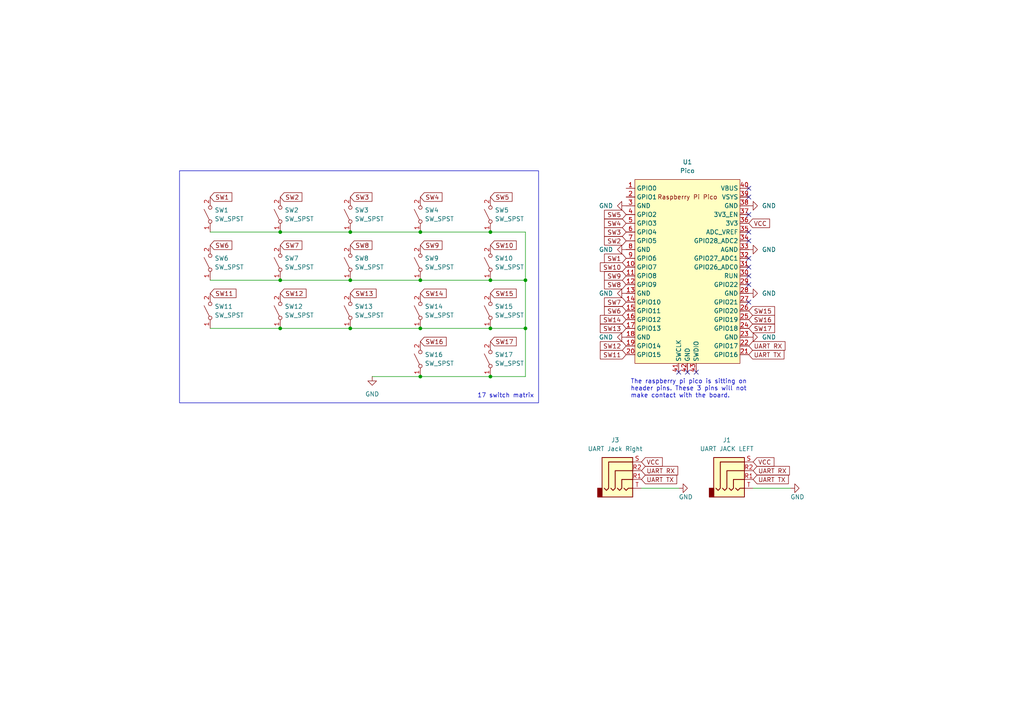
<source format=kicad_sch>
(kicad_sch (version 20231120) (generator "eeschema") (generator_version "8.0")
  (paper "A4")
  (title_block (title "Eobard Split Keyboard") (date "2024-03-25") (rev "1.3") (company "by viniciusbrit") (comment 4 "This constitutes the design of a single half of a split keyboard."))
  (lib_symbols
    (symbol "Connector_Audio:AudioJack4"
      (property "Reference" "J" (at 0 8.89 0))
      (property "Value" "AudioJack4" (at 0 6.35 0))
      (symbol "AudioJack4_0_1"
        (rectangle (start -6.35 -5.08) (end -7.62 -7.62) (stroke (width 0.254)) (fill (type outline)))
        (polyline (pts (xy 0 -5.08) (xy 0.635 -5.715) (xy 1.27 -5.08) (xy 2.54 -5.08)) (stroke (width 0.254)))
        (polyline (pts (xy -5.715 -5.08) (xy -5.08 -5.715) (xy -4.445 -5.08) (xy -4.445 2.54) (xy 2.54 2.54)) (stroke (width 0.254)))
        (polyline (pts (xy -1.905 -5.08) (xy -1.27 -5.715) (xy -0.635 -5.08) (xy -0.635 -2.54) (xy 2.54 -2.54)) (stroke (width 0.254)))
        (polyline (pts (xy 2.54 0) (xy -2.54 0) (xy -2.54 -5.08) (xy -3.175 -5.715) (xy -3.81 -5.08)) (stroke (width 0.254)))
        (rectangle (start 2.54 3.81) (end -6.35 -7.62) (stroke (width 0.254)) (fill (type background)))
      )
      (symbol "AudioJack4_1_1"
        (pin passive line (at 5.08 -2.54 180) (length 2.54) (name "~") (number "R1"))
        (pin passive line (at 5.08 0 180) (length 2.54) (name "~") (number "R2"))
        (pin passive line (at 5.08 2.54 180) (length 2.54) (name "~") (number "S"))
        (pin passive line (at 5.08 -5.08 180) (length 2.54) (name "~") (number "T"))
      )
    )
    (symbol "GND_1" (power) (pin_numbers hide) (pin_names (offset 0) hide)
      (property "Value" "GND" (at 0 -3.81 0))
      (symbol "GND_1_0_1"
        (polyline (pts (xy 0 0) (xy 0 -1.27) (xy 1.27 -1.27) (xy 0 -2.54) (xy -1.27 -1.27) (xy 0 -1.27)))
      )
      (symbol "GND_1_1_1"
        (pin power_in line (at 0 0 270) (length 0) (name "~") (number "1"))
      )
    )
    (symbol "MCU_RaspberryPi_and_Boards:Pico"
      (property "Reference" "U" (at -13.97 27.94 0))
      (property "Value" "Pico" (at 0 19.05 0))
      (symbol "Pico_0_0"
        (text "Raspberry Pi Pico" (at 0 21.59 0) (effects (font (size 1.27 1.27))))
      )
      (symbol "Pico_0_1"
        (rectangle (start -15.24 26.67) (end 15.24 -26.67) (fill (type background)))
      )
      (symbol "Pico_1_1"
        (pin bidirectional line (at -17.78 24.13 0) (length 2.54) (name "GPIO0") (number "1"))
        (pin bidirectional line (at -17.78 1.27 0) (length 2.54) (name "GPIO7") (number "10"))
        (pin bidirectional line (at -17.78 -1.27 0) (length 2.54) (name "GPIO8") (number "11"))
        (pin bidirectional line (at -17.78 -3.81 0) (length 2.54) (name "GPIO9") (number "12"))
        (pin power_in line (at -17.78 -6.35 0) (length 2.54) (name "GND") (number "13"))
        (pin bidirectional line (at -17.78 -8.89 0) (length 2.54) (name "GPIO10") (number "14"))
        (pin bidirectional line (at -17.78 -11.43 0) (length 2.54) (name "GPIO11") (number "15"))
        (pin bidirectional line (at -17.78 -13.97 0) (length 2.54) (name "GPIO12") (number "16"))
        (pin bidirectional line (at -17.78 -16.51 0) (length 2.54) (name "GPIO13") (number "17"))
        (pin power_in line (at -17.78 -19.05 0) (length 2.54) (name "GND") (number "18"))
        (pin bidirectional line (at -17.78 -21.59 0) (length 2.54) (name "GPIO14") (number "19"))
        (pin bidirectional line (at -17.78 21.59 0) (length 2.54) (name "GPIO1") (number "2"))
        (pin bidirectional line (at -17.78 -24.13 0) (length 2.54) (name "GPIO15") (number "20"))
        (pin bidirectional line (at 17.78 -24.13 180) (length 2.54) (name "GPIO16") (number "21"))
        (pin bidirectional line (at 17.78 -21.59 180) (length 2.54) (name "GPIO17") (number "22"))
        (pin power_in line (at 17.78 -19.05 180) (length 2.54) (name "GND") (number "23"))
        (pin bidirectional line (at 17.78 -16.51 180) (length 2.54) (name "GPIO18") (number "24"))
        (pin bidirectional line (at 17.78 -13.97 180) (length 2.54) (name "GPIO19") (number "25"))
        (pin bidirectional line (at 17.78 -11.43 180) (length 2.54) (name "GPIO20") (number "26"))
        (pin bidirectional line (at 17.78 -8.89 180) (length 2.54) (name "GPIO21") (number "27"))
        (pin power_in line (at 17.78 -6.35 180) (length 2.54) (name "GND") (number "28"))
        (pin bidirectional line (at 17.78 -3.81 180) (length 2.54) (name "GPIO22") (number "29"))
        (pin power_in line (at -17.78 19.05 0) (length 2.54) (name "GND") (number "3"))
        (pin input line (at 17.78 -1.27 180) (length 2.54) (name "RUN") (number "30"))
        (pin bidirectional line (at 17.78 1.27 180) (length 2.54) (name "GPIO26_ADC0") (number "31"))
        (pin bidirectional line (at 17.78 3.81 180) (length 2.54) (name "GPIO27_ADC1") (number "32"))
        (pin power_in line (at 17.78 6.35 180) (length 2.54) (name "AGND") (number "33"))
        (pin bidirectional line (at 17.78 8.89 180) (length 2.54) (name "GPIO28_ADC2") (number "34"))
        (pin power_in line (at 17.78 11.43 180) (length 2.54) (name "ADC_VREF") (number "35"))
        (pin power_in line (at 17.78 13.97 180) (length 2.54) (name "3V3") (number "36"))
        (pin input line (at 17.78 16.51 180) (length 2.54) (name "3V3_EN") (number "37"))
        (pin bidirectional line (at 17.78 19.05 180) (length 2.54) (name "GND") (number "38"))
        (pin power_in line (at 17.78 21.59 180) (length 2.54) (name "VSYS") (number "39"))
        (pin bidirectional line (at -17.78 16.51 0) (length 2.54) (name "GPIO2") (number "4"))
        (pin power_in line (at 17.78 24.13 180) (length 2.54) (name "VBUS") (number "40"))
        (pin input line (at -2.54 -29.21 90) (length 2.54) (name "SWCLK") (number "41"))
        (pin power_in line (at 0 -29.21 90) (length 2.54) (name "GND") (number "42"))
        (pin bidirectional line (at 2.54 -29.21 90) (length 2.54) (name "SWDIO") (number "43"))
        (pin bidirectional line (at -17.78 13.97 0) (length 2.54) (name "GPIO3") (number "5"))
        (pin bidirectional line (at -17.78 11.43 0) (length 2.54) (name "GPIO4") (number "6"))
        (pin bidirectional line (at -17.78 8.89 0) (length 2.54) (name "GPIO5") (number "7"))
        (pin power_in line (at -17.78 6.35 0) (length 2.54) (name "GND") (number "8"))
        (pin bidirectional line (at -17.78 3.81 0) (length 2.54) (name "GPIO6") (number "9"))
      )
    )
    (symbol "Switch:SW_SPST" (pin_names (offset 0) hide)
      (property "Reference" "SW" (at 0 3.175 0))
      (property "Value" "SW_SPST" (at 0 -2.54 0))
      (symbol "SW_SPST_0_0"
        (circle (center -2.032 0) (radius 0.508))
        (polyline (pts (xy -1.524 0.254) (xy 1.524 1.778)))
        (circle (center 2.032 0) (radius 0.508))
      )
      (symbol "SW_SPST_1_1"
        (pin passive line (at -5.08 0 0) (length 2.54) (name "A") (number "1"))
        (pin passive line (at 5.08 0 180) (length 2.54) (name "B") (number "2"))
      )
    )
    (symbol "power:GND" (power) (pin_names (offset 0))
      (property "Value" "GND" (at 0 -3.81 0))
      (symbol "GND_0_1"
        (polyline (pts (xy 0 0) (xy 0 -1.27) (xy 1.27 -1.27) (xy 0 -2.54) (xy -1.27 -1.27) (xy 0 -1.27)))
      )
      (symbol "GND_1_1"
        (pin power_in line (at 0 0 270) (length 0) hide (name "GND") (number "1"))
      )
    )
  )
  (junction (at 142.24 95.25))
  (junction (at 101.6 95.25))
  (junction (at 121.92 95.25))
  (junction (at 142.24 67.31))
  (junction (at 121.92 81.28))
  (junction (at 81.28 81.28))
  (junction (at 81.28 95.25))
  (junction (at 152.4 81.28))
  (junction (at 121.92 109.22))
  (junction (at 142.24 109.22))
  (junction (at 81.28 67.31))
  (junction (at 152.4 95.25))
  (junction (at 101.6 81.28))
  (junction (at 101.6 67.31))
  (junction (at 121.92 67.31))
  (junction (at 142.24 81.28))
  (no_connect (at 217.17 54.61))
  (no_connect (at 217.17 77.47))
  (no_connect (at 217.17 67.31))
  (no_connect (at 201.93 107.95))
  (no_connect (at 217.17 80.01))
  (no_connect (at 217.17 62.23))
  (no_connect (at 199.39 107.95))
  (no_connect (at 196.85 107.95))
  (no_connect (at 217.17 82.55))
  (no_connect (at 217.17 69.85))
  (no_connect (at 217.17 87.63))
  (no_connect (at 217.17 57.15))
  (no_connect (at 217.17 74.93))
  (wire (pts (xy 107.95 109.22) (xy 121.92 109.22)))
  (wire (pts (xy 60.96 81.28) (xy 81.28 81.28)))
  (wire (pts (xy 152.4 81.28) (xy 142.24 81.28)))
  (wire (pts (xy 152.4 81.28) (xy 152.4 95.25)))
  (wire (pts (xy 121.92 95.25) (xy 142.24 95.25)))
  (wire (pts (xy 101.6 67.31) (xy 121.92 67.31)))
  (wire (pts (xy 81.28 95.25) (xy 101.6 95.25)))
  (wire (pts (xy 81.28 81.28) (xy 101.6 81.28)))
  (wire (pts (xy 152.4 95.25) (xy 142.24 95.25)))
  (wire (pts (xy 101.6 95.25) (xy 121.92 95.25)))
  (wire (pts (xy 121.92 67.31) (xy 142.24 67.31)))
  (wire (pts (xy 218.44 141.605) (xy 229.235 141.605)))
  (wire (pts (xy 101.6 81.28) (xy 121.92 81.28)))
  (wire (pts (xy 152.4 67.31) (xy 152.4 81.28)))
  (wire (pts (xy 142.24 109.22) (xy 152.4 109.22)))
  (wire (pts (xy 60.96 67.31) (xy 81.28 67.31)))
  (wire (pts (xy 121.92 109.22) (xy 142.24 109.22)))
  (wire (pts (xy 121.92 81.28) (xy 142.24 81.28)))
  (wire (pts (xy 186.055 141.605) (xy 196.85 141.605)))
  (wire (pts (xy 152.4 109.22) (xy 152.4 95.25)))
  (wire (pts (xy 142.24 67.31) (xy 152.4 67.31)))
  (wire (pts (xy 81.28 67.31) (xy 101.6 67.31)))
  (wire (pts (xy 60.96 95.25) (xy 81.28 95.25)))
  (rectangle (start 52.07 49.53) (end 156.21 116.84))
  (text "The raspberry pi pico is sitting on \nheader pins. These 3 pins will not \nmake contact with the board." (at 182.88 115.57 0) (effects (font (size 1.27 1.27)) (justify left bottom)))
  (text "17 switch matrix" (at 138.43 115.57 0) (effects (font (size 1.27 1.27)) (justify left bottom)))
  (global_label "UART TX" (shape input) (at 217.17 102.87 0) (property "Intersheetrefs" "${INTERSHEET_REFS}" (effects (hide yes))))
  (global_label "SW8" (shape input) (at 101.6 71.12 0) (property "Intersheetrefs" "${INTERSHEET_REFS}" (effects (hide yes))))
  (global_label "SW1" (shape input) (at 60.96 57.15 0) (property "Intersheetrefs" "${INTERSHEET_REFS}" (effects (hide yes))))
  (global_label "UART RX" (shape input) (at 218.44 136.525 0) (property "Intersheetrefs" "${INTERSHEET_REFS}" (effects (hide yes))))
  (global_label "SW5" (shape input) (at 142.24 57.15 0) (property "Intersheetrefs" "${INTERSHEET_REFS}" (effects (hide yes))))
  (global_label "SW9" (shape input) (at 181.61 80.01 180) (property "Intersheetrefs" "${INTERSHEET_REFS}" (effects (hide yes))))
  (global_label "SW7" (shape input) (at 181.61 87.63 180) (property "Intersheetrefs" "${INTERSHEET_REFS}" (effects (hide yes))))
  (global_label "UART TX" (shape input) (at 186.055 139.065 0) (property "Intersheetrefs" "${INTERSHEET_REFS}" (effects (hide yes))))
  (global_label "SW10" (shape input) (at 181.61 77.47 180) (property "Intersheetrefs" "${INTERSHEET_REFS}" (effects (hide yes))))
  (global_label "SW14" (shape input) (at 181.61 92.71 180) (property "Intersheetrefs" "${INTERSHEET_REFS}" (effects (hide yes))))
  (global_label "SW6" (shape input) (at 181.61 90.17 180) (property "Intersheetrefs" "${INTERSHEET_REFS}" (effects (hide yes))))
  (global_label "SW12" (shape input) (at 81.28 85.09 0) (property "Intersheetrefs" "${INTERSHEET_REFS}" (effects (hide yes))))
  (global_label "SW8" (shape input) (at 181.61 82.55 180) (property "Intersheetrefs" "${INTERSHEET_REFS}" (effects (hide yes))))
  (global_label "SW6" (shape input) (at 60.96 71.12 0) (property "Intersheetrefs" "${INTERSHEET_REFS}" (effects (hide yes))))
  (global_label "SW2" (shape input) (at 181.61 69.85 180) (property "Intersheetrefs" "${INTERSHEET_REFS}" (effects (hide yes))))
  (global_label "SW4" (shape input) (at 121.92 57.15 0) (property "Intersheetrefs" "${INTERSHEET_REFS}" (effects (hide yes))))
  (global_label "VCC" (shape input) (at 217.17 64.77 0) (property "Intersheetrefs" "${INTERSHEET_REFS}" (effects (hide yes))))
  (global_label "SW7" (shape input) (at 81.28 71.12 0) (property "Intersheetrefs" "${INTERSHEET_REFS}" (effects (hide yes))))
  (global_label "SW5" (shape input) (at 181.61 62.23 180) (property "Intersheetrefs" "${INTERSHEET_REFS}" (effects (hide yes))))
  (global_label "SW1" (shape input) (at 181.61 74.93 180) (property "Intersheetrefs" "${INTERSHEET_REFS}" (effects (hide yes))))
  (global_label "SW17" (shape input) (at 217.17 95.25 0) (property "Intersheetrefs" "${INTERSHEET_REFS}" (effects (hide yes))))
  (global_label "SW11" (shape input) (at 181.61 102.87 180) (property "Intersheetrefs" "${INTERSHEET_REFS}" (effects (hide yes))))
  (global_label "SW14" (shape input) (at 121.92 85.09 0) (property "Intersheetrefs" "${INTERSHEET_REFS}" (effects (hide yes))))
  (global_label "SW9" (shape input) (at 121.92 71.12 0) (property "Intersheetrefs" "${INTERSHEET_REFS}" (effects (hide yes))))
  (global_label "SW15" (shape input) (at 142.24 85.09 0) (property "Intersheetrefs" "${INTERSHEET_REFS}" (effects (hide yes))))
  (global_label "UART TX" (shape input) (at 218.44 139.065 0) (property "Intersheetrefs" "${INTERSHEET_REFS}" (effects (hide yes))))
  (global_label "VCC" (shape input) (at 218.44 133.985 0) (property "Intersheetrefs" "${INTERSHEET_REFS}" (effects (hide yes))))
  (global_label "SW13" (shape input) (at 181.61 95.25 180) (property "Intersheetrefs" "${INTERSHEET_REFS}" (effects (hide yes))))
  (global_label "SW2" (shape input) (at 81.28 57.15 0) (property "Intersheetrefs" "${INTERSHEET_REFS}" (effects (hide yes))))
  (global_label "UART RX" (shape input) (at 217.17 100.33 0) (property "Intersheetrefs" "${INTERSHEET_REFS}" (effects (hide yes))))
  (global_label "UART RX" (shape input) (at 186.055 136.525 0) (property "Intersheetrefs" "${INTERSHEET_REFS}" (effects (hide yes))))
  (global_label "SW15" (shape input) (at 217.17 90.17 0) (property "Intersheetrefs" "${INTERSHEET_REFS}" (effects (hide yes))))
  (global_label "SW10" (shape input) (at 142.24 71.12 0) (property "Intersheetrefs" "${INTERSHEET_REFS}" (effects (hide yes))))
  (global_label "SW3" (shape input) (at 101.6 57.15 0) (property "Intersheetrefs" "${INTERSHEET_REFS}" (effects (hide yes))))
  (global_label "VCC" (shape input) (at 186.055 133.985 0) (property "Intersheetrefs" "${INTERSHEET_REFS}" (effects (hide yes))))
  (global_label "SW11" (shape input) (at 60.96 85.09 0) (property "Intersheetrefs" "${INTERSHEET_REFS}" (effects (hide yes))))
  (global_label "SW16" (shape input) (at 121.92 99.06 0) (property "Intersheetrefs" "${INTERSHEET_REFS}" (effects (hide yes))))
  (global_label "SW13" (shape input) (at 101.6 85.09 0) (property "Intersheetrefs" "${INTERSHEET_REFS}" (effects (hide yes))))
  (global_label "SW16" (shape input) (at 217.17 92.71 0) (property "Intersheetrefs" "${INTERSHEET_REFS}" (effects (hide yes))))
  (global_label "SW4" (shape input) (at 181.61 64.77 180) (property "Intersheetrefs" "${INTERSHEET_REFS}" (effects (hide yes))))
  (global_label "SW12" (shape input) (at 181.61 100.33 180) (property "Intersheetrefs" "${INTERSHEET_REFS}" (effects (hide yes))))
  (global_label "SW17" (shape input) (at 142.24 99.06 0) (property "Intersheetrefs" "${INTERSHEET_REFS}" (effects (hide yes))))
  (global_label "SW3" (shape input) (at 181.61 67.31 180) (property "Intersheetrefs" "${INTERSHEET_REFS}" (effects (hide yes))))
  (symbol (lib_id "Switch:SW_SPST") (at 60.96 62.23 90) (unit 1)
    (property "Reference" "SW1" (at 62.23 60.96 90) (effects (justify right)))
    (property "Value" "SW_SPST" (at 62.23 63.5 90) (effects (justify right)))
    (property "Footprint" "keyswitches:SW_MX_reversible" (effects (hide yes)))
  )
  (symbol (lib_id "power:GND") (at 217.17 97.79 90) (unit 1)
    (property "Reference" "#PWR05" (effects (hide yes)))
    (property "Value" "GND" (at 220.98 97.79 90) (effects (justify right)))
  )
  (symbol (lib_id "power:GND") (at 217.17 85.09 90) (unit 1)
    (property "Reference" "#PWR06" (effects (hide yes)))
    (property "Value" "GND" (at 220.98 85.09 90) (effects (justify right)))
  )
  (symbol (lib_id "power:GND") (at 217.17 72.39 90) (unit 1)
    (property "Reference" "#PWR08" (effects (hide yes)))
    (property "Value" "GND" (at 220.98 72.39 90) (effects (justify right)))
  )
  (symbol (lib_id "power:GND") (at 196.85 141.605 90) (unit 1)
    (property "Reference" "#PWR09" (effects (hide yes)))
    (property "Value" "GND" (at 196.85 144.145 90) (effects (justify right)))
  )
  (symbol (lib_id "power:GND") (at 181.61 72.39 270) (unit 1)
    (property "Reference" "#PWR010" (effects (hide yes)))
    (property "Value" "GND" (at 177.8 72.39 90) (effects (justify right)))
  )
  (symbol (lib_id "Switch:SW_SPST") (at 121.92 76.2 90) (unit 1)
    (property "Reference" "SW9" (at 123.19 74.93 90) (effects (justify right)))
    (property "Value" "SW_SPST" (at 123.19 77.47 90) (effects (justify right)))
    (property "Footprint" "keyswitches:SW_MX_reversible" (effects (hide yes)))
  )
  (symbol (lib_id "power:GND") (at 181.61 59.69 270) (unit 1)
    (property "Reference" "#PWR01" (effects (hide yes)))
    (property "Value" "GND" (at 177.8 59.69 90) (effects (justify right)))
  )
  (symbol (lib_id "Switch:SW_SPST") (at 121.92 104.14 90) (unit 1)
    (property "Reference" "SW16" (at 123.19 102.87 90) (effects (justify right)))
    (property "Value" "SW_SPST" (at 123.19 105.41 90) (effects (justify right)))
    (property "Footprint" "keyswitches:SW_MX_reversible" (effects (hide yes)))
  )
  (symbol (lib_id "Switch:SW_SPST") (at 101.6 62.23 90) (unit 1)
    (property "Reference" "SW3" (at 102.87 60.96 90) (effects (justify right)))
    (property "Value" "SW_SPST" (at 102.87 63.5 90) (effects (justify right)))
    (property "Footprint" "keyswitches:SW_MX_reversible" (effects (hide yes)))
  )
  (symbol (lib_id "Switch:SW_SPST") (at 60.96 90.17 90) (unit 1)
    (property "Reference" "SW11" (at 62.23 88.9 90) (effects (justify right)))
    (property "Value" "SW_SPST" (at 62.23 91.44 90) (effects (justify right)))
    (property "Footprint" "keyswitches:SW_MX_reversible" (effects (hide yes)))
  )
  (symbol (lib_id "Connector_Audio:AudioJack4") (at 180.975 136.525 0) (unit 1)
    (property "Reference" "J3" (at 178.435 127.635 0))
    (property "Value" "UART Jack Right" (at 178.435 130.175 0))
    (property "Footprint" "PJ-320A_Library:PJ-320A" (effects (hide yes)))
  )
  (symbol (lib_id "Switch:SW_SPST") (at 81.28 62.23 90) (unit 1)
    (property "Reference" "SW2" (at 82.55 60.96 90) (effects (justify right)))
    (property "Value" "SW_SPST" (at 82.55 63.5 90) (effects (justify right)))
    (property "Footprint" "keyswitches:SW_MX_reversible" (effects (hide yes)))
  )
  (symbol (lib_id "power:GND") (at 181.61 97.79 270) (unit 1)
    (property "Reference" "#PWR04" (effects (hide yes)))
    (property "Value" "GND" (at 177.8 97.79 90) (effects (justify right)))
  )
  (symbol (lib_id "Switch:SW_SPST") (at 81.28 76.2 90) (unit 1)
    (property "Reference" "SW7" (at 82.55 74.93 90) (effects (justify right)))
    (property "Value" "SW_SPST" (at 82.55 77.47 90) (effects (justify right)))
    (property "Footprint" "keyswitches:SW_MX_reversible" (effects (hide yes)))
  )
  (symbol (lib_id "Switch:SW_SPST") (at 142.24 90.17 90) (unit 1)
    (property "Reference" "SW15" (at 143.51 88.9 90) (effects (justify right)))
    (property "Value" "SW_SPST" (at 143.51 91.44 90) (effects (justify right)))
    (property "Footprint" "keyswitches:SW_MX_reversible" (effects (hide yes)))
  )
  (symbol (lib_id "power:GND") (at 229.235 141.605 90) (unit 1)
    (property "Reference" "#PWR011" (effects (hide yes)))
    (property "Value" "GND" (at 229.235 144.145 90) (effects (justify right)))
  )
  (symbol (lib_id "Switch:SW_SPST") (at 142.24 62.23 90) (unit 1)
    (property "Reference" "SW5" (at 143.51 60.96 90) (effects (justify right)))
    (property "Value" "SW_SPST" (at 143.51 63.5 90) (effects (justify right)))
    (property "Footprint" "keyswitches:SW_MX_reversible" (effects (hide yes)))
  )
  (symbol (lib_id "power:GND") (at 217.17 59.69 90) (unit 1)
    (property "Reference" "#PWR07" (effects (hide yes)))
    (property "Value" "GND" (at 220.98 59.69 90) (effects (justify right)))
  )
  (symbol (lib_id "Connector_Audio:AudioJack4") (at 213.36 136.525 0) (unit 1)
    (property "Reference" "J1" (at 210.82 127.635 0))
    (property "Value" "UART JACK LEFT" (at 210.82 130.175 0))
    (property "Footprint" "PJ-320A_Library:PJ-320A" (effects (hide yes)))
  )
  (symbol (lib_id "Switch:SW_SPST") (at 121.92 62.23 90) (unit 1)
    (property "Reference" "SW4" (at 123.19 60.96 90) (effects (justify right)))
    (property "Value" "SW_SPST" (at 123.19 63.5 90) (effects (justify right)))
    (property "Footprint" "keyswitches:SW_MX_reversible" (effects (hide yes)))
  )
  (symbol (lib_id "power:GND") (at 181.61 85.09 270) (unit 1)
    (property "Reference" "#PWR03" (effects (hide yes)))
    (property "Value" "GND" (at 177.8 85.09 90) (effects (justify right)))
  )
  (symbol (lib_id "Switch:SW_SPST") (at 101.6 76.2 90) (unit 1)
    (property "Reference" "SW8" (at 102.87 74.93 90) (effects (justify right)))
    (property "Value" "SW_SPST" (at 102.87 77.47 90) (effects (justify right)))
    (property "Footprint" "keyswitches:SW_MX_reversible" (effects (hide yes)))
  )
  (symbol (lib_id "Switch:SW_SPST") (at 121.92 90.17 90) (unit 1)
    (property "Reference" "SW14" (at 123.19 88.9 90) (effects (justify right)))
    (property "Value" "SW_SPST" (at 123.19 91.44 90) (effects (justify right)))
    (property "Footprint" "keyswitches:SW_MX_reversible" (effects (hide yes)))
  )
  (symbol (lib_id "Switch:SW_SPST") (at 81.28 90.17 90) (unit 1)
    (property "Reference" "SW12" (at 82.55 88.9 90) (effects (justify right)))
    (property "Value" "SW_SPST" (at 82.55 91.44 90) (effects (justify right)))
    (property "Footprint" "keyswitches:SW_MX_reversible" (effects (hide yes)))
  )
  (symbol (lib_id "Switch:SW_SPST") (at 60.96 76.2 90) (unit 1)
    (property "Reference" "SW6" (at 62.23 74.93 90) (effects (justify right)))
    (property "Value" "SW_SPST" (at 62.23 77.47 90) (effects (justify right)))
    (property "Footprint" "keyswitches:SW_MX_reversible" (effects (hide yes)))
  )
  (symbol (lib_id "Switch:SW_SPST") (at 101.6 90.17 90) (unit 1)
    (property "Reference" "SW13" (at 102.87 88.9 90) (effects (justify right)))
    (property "Value" "SW_SPST" (at 102.87 91.44 90) (effects (justify right)))
    (property "Footprint" "keyswitches:SW_MX_reversible" (effects (hide yes)))
  )
  (symbol (lib_id "Switch:SW_SPST") (at 142.24 104.14 90) (unit 1)
    (property "Reference" "SW17" (at 143.51 102.87 90) (effects (justify right)))
    (property "Value" "SW_SPST" (at 143.51 105.41 90) (effects (justify right)))
    (property "Footprint" "keyswitches:SW_MX_reversible" (effects (hide yes)))
  )
  (symbol (lib_id "MCU_RaspberryPi_and_Boards:Pico") (at 199.39 78.74 0) (unit 1)
    (property "Reference" "U1" (at 199.39 46.99 0))
    (property "Value" "Pico" (at 199.39 49.53 0))
    (property "Footprint" "MCU_RaspberryPi_and_Boards:RPi_Pico_SMD_TH" (effects (hide yes)))
  )
  (symbol (lib_id "Switch:SW_SPST") (at 142.24 76.2 90) (unit 1)
    (property "Reference" "SW10" (at 143.51 74.93 90) (effects (justify right)))
    (property "Value" "SW_SPST" (at 143.51 77.47 90) (effects (justify right)))
    (property "Footprint" "keyswitches:SW_MX_reversible" (effects (hide yes)))
  )
  (symbol (lib_name "GND_1") (lib_id "power:GND") (at 107.95 109.22 0) (unit 1)
    (property "Reference" "#PWR02" (effects (hide yes)))
    (property "Value" "GND" (at 107.95 114.3 0))
    (property "Description" "Power symbol creates a global label with name \"GND\" , ground" (effects (hide yes)))
  )
)
</source>
